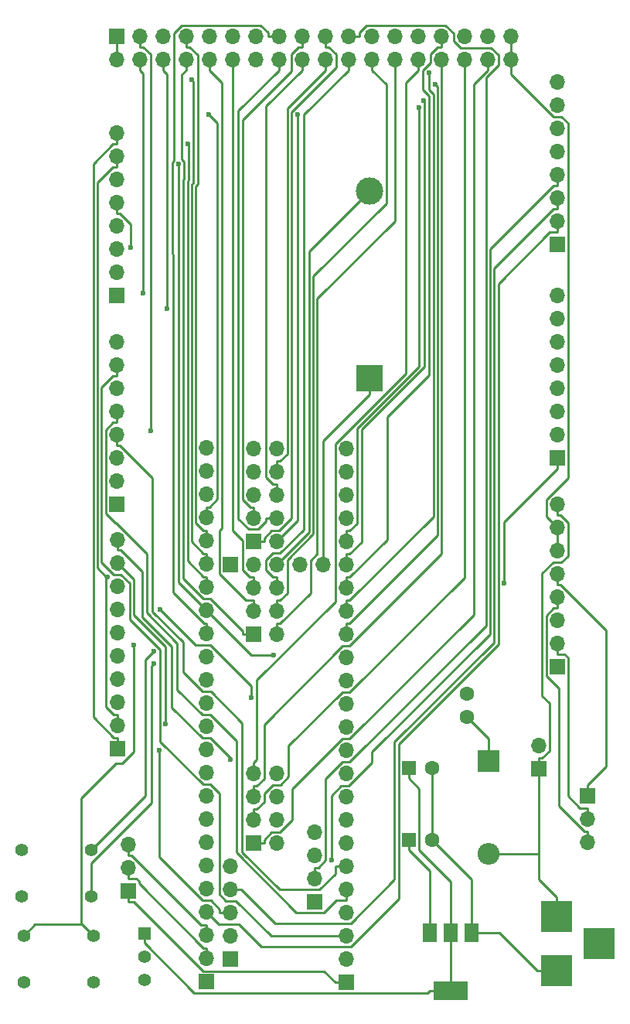
<source format=gbr>
G04 #@! TF.FileFunction,Copper,L1,Top,Signal*
%FSLAX46Y46*%
G04 Gerber Fmt 4.6, Leading zero omitted, Abs format (unit mm)*
G04 Created by KiCad (PCBNEW 4.0.6) date 06/28/18 03:02:04*
%MOMM*%
%LPD*%
G01*
G04 APERTURE LIST*
%ADD10C,0.100000*%
%ADD11R,1.600000X1.600000*%
%ADD12C,1.600000*%
%ADD13R,3.500000X3.500000*%
%ADD14R,2.400000X2.400000*%
%ADD15O,2.400000X2.400000*%
%ADD16R,1.700000X1.700000*%
%ADD17O,1.700000X1.700000*%
%ADD18R,3.800000X2.000000*%
%ADD19R,1.500000X2.000000*%
%ADD20C,1.397000*%
%ADD21R,1.397000X1.397000*%
%ADD22C,3.000000*%
%ADD23R,3.000000X3.000000*%
%ADD24C,0.600000*%
%ADD25C,0.250000*%
G04 APERTURE END LIST*
D10*
D11*
X141259000Y-145948000D03*
D12*
X143759000Y-145948000D03*
X147569000Y-132486000D03*
X147569000Y-129986000D03*
D11*
X141259000Y-138074000D03*
D12*
X143759000Y-138074000D03*
D13*
X157400000Y-154300000D03*
X157400000Y-160300000D03*
X162100000Y-157300000D03*
D14*
X149961000Y-137344000D03*
D15*
X149961000Y-147504000D03*
D16*
X109220000Y-86360000D03*
D17*
X109220000Y-83820000D03*
X109220000Y-81280000D03*
X109220000Y-78740000D03*
X109220000Y-76200000D03*
X109220000Y-73660000D03*
X109220000Y-71120000D03*
X109220000Y-68580000D03*
D16*
X109220000Y-109220000D03*
D17*
X109220000Y-106680000D03*
X109220000Y-104140000D03*
X109220000Y-101600000D03*
X109220000Y-99060000D03*
X109220000Y-96520000D03*
X109220000Y-93980000D03*
X109220000Y-91440000D03*
D16*
X109301000Y-135926000D03*
D17*
X109301000Y-133386000D03*
X109301000Y-130846000D03*
X109301000Y-128306000D03*
X109301000Y-125766000D03*
X109301000Y-123226000D03*
X109301000Y-120686000D03*
X109301000Y-118146000D03*
X109301000Y-115606000D03*
X109301000Y-113066000D03*
D16*
X110490000Y-151540000D03*
D17*
X110490000Y-149000000D03*
X110490000Y-146460000D03*
D16*
X119100000Y-161480000D03*
D17*
X119100000Y-158940000D03*
X119100000Y-156400000D03*
X119100000Y-153860000D03*
X119100000Y-151320000D03*
X119100000Y-148780000D03*
X119100000Y-146240000D03*
X119100000Y-143700000D03*
X119100000Y-141160000D03*
X119100000Y-138620000D03*
X119100000Y-136080000D03*
X119100000Y-133540000D03*
X119100000Y-131000000D03*
X119100000Y-128460000D03*
X119100000Y-125920000D03*
X119100000Y-123380000D03*
X119100000Y-120840000D03*
X119100000Y-118300000D03*
X119100000Y-115760000D03*
X119100000Y-113220000D03*
X119100000Y-110680000D03*
X119100000Y-108140000D03*
X119100000Y-105600000D03*
X119100000Y-103060000D03*
D16*
X124206000Y-113284000D03*
D17*
X126746000Y-113284000D03*
X124206000Y-110744000D03*
X126746000Y-110744000D03*
X124206000Y-108204000D03*
X126746000Y-108204000D03*
X124206000Y-105664000D03*
X126746000Y-105664000D03*
X124206000Y-103124000D03*
X126746000Y-103124000D03*
D16*
X121700000Y-159004000D03*
D17*
X121700000Y-156464000D03*
X121700000Y-153924000D03*
X121700000Y-151384000D03*
X121700000Y-148844000D03*
D16*
X124206000Y-146304000D03*
D17*
X126746000Y-146304000D03*
X124206000Y-143764000D03*
X126746000Y-143764000D03*
X124206000Y-141224000D03*
X126746000Y-141224000D03*
X124206000Y-138684000D03*
X126746000Y-138684000D03*
D16*
X130937000Y-152718000D03*
D17*
X130937000Y-150178000D03*
X130937000Y-147638000D03*
X130937000Y-145098000D03*
D16*
X109220000Y-57960000D03*
D17*
X109220000Y-60500000D03*
X111760000Y-57960000D03*
X111760000Y-60500000D03*
X114300000Y-57960000D03*
X114300000Y-60500000D03*
X116840000Y-57960000D03*
X116840000Y-60500000D03*
X119380000Y-57960000D03*
X119380000Y-60500000D03*
X121920000Y-57960000D03*
X121920000Y-60500000D03*
X124460000Y-57960000D03*
X124460000Y-60500000D03*
X127000000Y-57960000D03*
X127000000Y-60500000D03*
X129540000Y-57960000D03*
X129540000Y-60500000D03*
X132080000Y-57960000D03*
X132080000Y-60500000D03*
X134620000Y-57960000D03*
X134620000Y-60500000D03*
X137160000Y-57960000D03*
X137160000Y-60500000D03*
X139700000Y-57960000D03*
X139700000Y-60500000D03*
X142240000Y-57960000D03*
X142240000Y-60500000D03*
X144780000Y-57960000D03*
X144780000Y-60500000D03*
X147320000Y-57960000D03*
X147320000Y-60500000D03*
X149860000Y-57960000D03*
X149860000Y-60500000D03*
X152400000Y-57960000D03*
X152400000Y-60500000D03*
D16*
X134366000Y-161544000D03*
D17*
X134366000Y-159004000D03*
X134366000Y-156464000D03*
X134366000Y-153924000D03*
X134366000Y-151384000D03*
X134366000Y-148844000D03*
X134366000Y-146304000D03*
X134366000Y-143764000D03*
X134366000Y-141224000D03*
X134366000Y-138684000D03*
X134366000Y-136144000D03*
X134366000Y-133604000D03*
X134366000Y-131064000D03*
X134366000Y-128524000D03*
X134366000Y-125984000D03*
X134366000Y-123444000D03*
X134366000Y-120904000D03*
X134366000Y-118364000D03*
X134366000Y-115824000D03*
X134366000Y-113284000D03*
X134366000Y-110744000D03*
X134366000Y-108204000D03*
X134366000Y-105664000D03*
X134366000Y-103124000D03*
D16*
X157480000Y-80772000D03*
D17*
X157480000Y-78232000D03*
X157480000Y-75692000D03*
X157480000Y-73152000D03*
X157480000Y-70612000D03*
X157480000Y-68072000D03*
X157480000Y-65532000D03*
X157480000Y-62992000D03*
D16*
X157480000Y-104140000D03*
D17*
X157480000Y-101600000D03*
X157480000Y-99060000D03*
X157480000Y-96520000D03*
X157480000Y-93980000D03*
X157480000Y-91440000D03*
X157480000Y-88900000D03*
X157480000Y-86360000D03*
D16*
X157480000Y-127000000D03*
D17*
X157480000Y-124460000D03*
X157480000Y-121920000D03*
X157480000Y-119380000D03*
X157480000Y-116840000D03*
X157480000Y-114300000D03*
X157480000Y-111760000D03*
X157480000Y-109220000D03*
D16*
X124206000Y-123444000D03*
D17*
X126746000Y-123444000D03*
X124206000Y-120904000D03*
X126746000Y-120904000D03*
X124206000Y-118364000D03*
X126746000Y-118364000D03*
D16*
X121666000Y-115824000D03*
D17*
X124206000Y-115824000D03*
X126746000Y-115824000D03*
X129286000Y-115824000D03*
X131826000Y-115824000D03*
D18*
X145796000Y-162433000D03*
D19*
X145796000Y-156133000D03*
X143496000Y-156133000D03*
X148096000Y-156133000D03*
D20*
X106680000Y-156464000D03*
X106680000Y-161544000D03*
X99060000Y-156464000D03*
X99060000Y-161544000D03*
X106426000Y-147066000D03*
X106426000Y-152146000D03*
X98806000Y-147066000D03*
X98806000Y-152146000D03*
D21*
X112268000Y-156210000D03*
D20*
X112268000Y-158750000D03*
X112268000Y-161290000D03*
D22*
X136900000Y-74910000D03*
D23*
X136900000Y-95400000D03*
D16*
X160800000Y-141100000D03*
D17*
X160800000Y-143640000D03*
X160800000Y-146180000D03*
D16*
X155448000Y-138176000D03*
D17*
X155448000Y-135636000D03*
D24*
X110735800Y-81075900D03*
X108215800Y-117143300D03*
X113892400Y-136093100D03*
X123953700Y-130399400D03*
X113996200Y-120760400D03*
X114598900Y-133271600D03*
X121665100Y-137152900D03*
X151659400Y-117812600D03*
X116014000Y-71968400D03*
X126469100Y-125692300D03*
X117018600Y-69783200D03*
X117467500Y-62751700D03*
X119351300Y-66523800D03*
X112935300Y-101167300D03*
X129052600Y-66567700D03*
X132774300Y-148164000D03*
X112091400Y-86057400D03*
X114793500Y-87823500D03*
X144105800Y-63201500D03*
X143419300Y-61942200D03*
X142865300Y-64975800D03*
X142356800Y-65758200D03*
X113296700Y-125320300D03*
X113307500Y-126646500D03*
X111125400Y-124607600D03*
D25*
X141259000Y-145948000D02*
X141259000Y-147073300D01*
X149961000Y-134878000D02*
X147569000Y-132486000D01*
X149961000Y-137344000D02*
X149961000Y-134878000D01*
X143496000Y-149310300D02*
X143496000Y-156133000D01*
X141259000Y-147073300D02*
X143496000Y-149310300D01*
X148096000Y-150285000D02*
X143759000Y-145948000D01*
X148096000Y-156133000D02*
X148096000Y-150285000D01*
X157400000Y-160300000D02*
X155324700Y-160300000D01*
X151157700Y-156133000D02*
X155324700Y-160300000D01*
X148096000Y-156133000D02*
X151157700Y-156133000D01*
X143759000Y-138074000D02*
X143759000Y-145948000D01*
X111129000Y-152715300D02*
X110490000Y-152715300D01*
X118718300Y-160304600D02*
X111129000Y-152715300D01*
X131951300Y-160304600D02*
X118718300Y-160304600D01*
X133190700Y-161544000D02*
X131951300Y-160304600D01*
X134366000Y-161544000D02*
X133190700Y-161544000D01*
X110490000Y-151540000D02*
X110490000Y-152715300D01*
X141259000Y-138074000D02*
X141259000Y-139199300D01*
X145796000Y-150485000D02*
X145796000Y-156133000D01*
X142384300Y-147073300D02*
X145796000Y-150485000D01*
X142384300Y-140324600D02*
X142384300Y-147073300D01*
X141259000Y-139199300D02*
X142384300Y-140324600D01*
X143284300Y-162719400D02*
X143570700Y-162433000D01*
X117753600Y-162719400D02*
X143284300Y-162719400D01*
X112268000Y-157233800D02*
X117753600Y-162719400D01*
X112268000Y-156210000D02*
X112268000Y-157233800D01*
X145796000Y-162433000D02*
X145071100Y-162433000D01*
X145071100Y-162433000D02*
X143570700Y-162433000D01*
X145796000Y-161708100D02*
X145796000Y-156133000D01*
X145071100Y-162433000D02*
X145796000Y-161708100D01*
X109587300Y-77375300D02*
X109220000Y-77375300D01*
X110735800Y-78523800D02*
X109587300Y-77375300D01*
X110735800Y-81075900D02*
X110735800Y-78523800D01*
X109220000Y-76200000D02*
X109220000Y-77375300D01*
X109301000Y-133386000D02*
X109301000Y-132210700D01*
X109220000Y-71120000D02*
X109220000Y-72295300D01*
X108933700Y-132210700D02*
X109301000Y-132210700D01*
X108103100Y-131380100D02*
X108933700Y-132210700D01*
X108103100Y-117143300D02*
X108103100Y-131380100D01*
X108103100Y-117143300D02*
X108215800Y-117143300D01*
X107141100Y-116181300D02*
X108103100Y-117143300D01*
X107141100Y-74006900D02*
X107141100Y-116181300D01*
X108852700Y-72295300D02*
X107141100Y-74006900D01*
X109220000Y-72295300D02*
X108852700Y-72295300D01*
X109301000Y-135926000D02*
X109301000Y-134750700D01*
X109220000Y-68580000D02*
X109220000Y-69755300D01*
X108933700Y-134750700D02*
X109301000Y-134750700D01*
X106690800Y-132507800D02*
X108933700Y-134750700D01*
X106690800Y-71917200D02*
X106690800Y-132507800D01*
X108852700Y-69755300D02*
X106690800Y-71917200D01*
X109220000Y-69755300D02*
X108852700Y-69755300D01*
X109587300Y-102775300D02*
X109220000Y-102775300D01*
X113145700Y-106333700D02*
X109587300Y-102775300D01*
X113145700Y-120935400D02*
X113145700Y-106333700D01*
X116510700Y-124300400D02*
X113145700Y-120935400D01*
X116510700Y-127581600D02*
X116510700Y-124300400D01*
X118659100Y-129730000D02*
X116510700Y-127581600D01*
X119554200Y-129730000D02*
X118659100Y-129730000D01*
X123001500Y-133177300D02*
X119554200Y-129730000D01*
X123001500Y-147277500D02*
X123001500Y-133177300D01*
X127097900Y-151373900D02*
X123001500Y-147277500D01*
X131468800Y-151373900D02*
X127097900Y-151373900D01*
X133190700Y-149652000D02*
X131468800Y-151373900D01*
X133190700Y-148844000D02*
X133190700Y-149652000D01*
X134366000Y-148844000D02*
X133190700Y-148844000D01*
X109220000Y-101600000D02*
X109220000Y-102775300D01*
X134366000Y-151384000D02*
X134366000Y-152559300D01*
X109220000Y-99060000D02*
X109220000Y-100235300D01*
X133274200Y-152559300D02*
X134366000Y-152559300D01*
X131940100Y-153893400D02*
X133274200Y-152559300D01*
X128905200Y-153893400D02*
X131940100Y-153893400D01*
X122354800Y-147343000D02*
X128905200Y-153893400D01*
X122354800Y-135132400D02*
X122354800Y-147343000D01*
X119492400Y-132270000D02*
X122354800Y-135132400D01*
X118620900Y-132270000D02*
X119492400Y-132270000D01*
X115845300Y-129494400D02*
X118620900Y-132270000D01*
X115845300Y-124436900D02*
X115845300Y-129494400D01*
X112508700Y-121100300D02*
X115845300Y-124436900D01*
X112508700Y-114607300D02*
X112508700Y-121100300D01*
X109180600Y-111279200D02*
X112508700Y-114607300D01*
X109109300Y-111279200D02*
X109180600Y-111279200D01*
X108044700Y-110214600D02*
X109109300Y-111279200D01*
X108044700Y-101043200D02*
X108044700Y-110214600D01*
X108852600Y-100235300D02*
X108044700Y-101043200D01*
X109220000Y-100235300D02*
X108852600Y-100235300D01*
X109220000Y-93980000D02*
X109220000Y-95155300D01*
X126140200Y-156464000D02*
X134366000Y-156464000D01*
X122296800Y-152620600D02*
X126140200Y-156464000D01*
X121189100Y-152620600D02*
X122296800Y-152620600D01*
X120486400Y-151917900D02*
X121189100Y-152620600D01*
X120486400Y-140866700D02*
X120486400Y-151917900D01*
X119509700Y-139890000D02*
X120486400Y-140866700D01*
X118703800Y-139890000D02*
X119509700Y-139890000D01*
X113973600Y-135159800D02*
X118703800Y-139890000D01*
X113973600Y-125112700D02*
X113973600Y-135159800D01*
X110669100Y-121808200D02*
X113973600Y-125112700D01*
X110669100Y-117849400D02*
X110669100Y-121808200D01*
X109695700Y-116876000D02*
X110669100Y-117849400D01*
X108904000Y-116876000D02*
X109695700Y-116876000D01*
X107591400Y-115563400D02*
X108904000Y-116876000D01*
X107591400Y-96416600D02*
X107591400Y-115563400D01*
X108852700Y-95155300D02*
X107591400Y-96416600D01*
X109220000Y-95155300D02*
X108852700Y-95155300D01*
X121700000Y-153924000D02*
X120524700Y-153924000D01*
X113892400Y-147794900D02*
X113892400Y-136093100D01*
X118687500Y-152590000D02*
X113892400Y-147794900D01*
X119558000Y-152590000D02*
X118687500Y-152590000D01*
X120524700Y-153556700D02*
X119558000Y-152590000D01*
X120524700Y-153924000D02*
X120524700Y-153556700D01*
X117885800Y-124650000D02*
X113996200Y-120760400D01*
X119512000Y-124650000D02*
X117885800Y-124650000D01*
X123953700Y-129091700D02*
X119512000Y-124650000D01*
X123953700Y-130399400D02*
X123953700Y-129091700D01*
X114598900Y-124795000D02*
X114598900Y-133271600D01*
X111119400Y-121315500D02*
X114598900Y-124795000D01*
X111119400Y-117424400D02*
X111119400Y-121315500D01*
X109301000Y-115606000D02*
X111119400Y-117424400D01*
X109301000Y-113066000D02*
X109301000Y-114241300D01*
X121665100Y-136981100D02*
X121665100Y-137152900D01*
X119494000Y-134810000D02*
X121665100Y-136981100D01*
X118604300Y-134810000D02*
X119494000Y-134810000D01*
X115258900Y-131464600D02*
X118604300Y-134810000D01*
X115258900Y-124767800D02*
X115258900Y-131464600D01*
X112020000Y-121528900D02*
X115258900Y-124767800D01*
X112020000Y-116593000D02*
X112020000Y-121528900D01*
X109668300Y-114241300D02*
X112020000Y-116593000D01*
X109301000Y-114241300D02*
X109668300Y-114241300D01*
X111404300Y-150175300D02*
X110490000Y-150175300D01*
X111665300Y-150436300D02*
X111404300Y-150175300D01*
X111665300Y-150697400D02*
X111665300Y-150436300D01*
X118732600Y-157764700D02*
X111665300Y-150697400D01*
X119100000Y-157764700D02*
X118732600Y-157764700D01*
X119100000Y-158940000D02*
X119100000Y-157764700D01*
X110490000Y-149000000D02*
X110490000Y-150175300D01*
X119100000Y-156400000D02*
X119100000Y-155224700D01*
X110490000Y-146460000D02*
X110490000Y-147635300D01*
X118469200Y-155224700D02*
X119100000Y-155224700D01*
X110879800Y-147635300D02*
X118469200Y-155224700D01*
X110490000Y-147635300D02*
X110879800Y-147635300D01*
X157480000Y-78232000D02*
X157480000Y-79407300D01*
X120434000Y-155194000D02*
X119100000Y-153860000D01*
X122628100Y-155194000D02*
X120434000Y-155194000D01*
X125078200Y-157644100D02*
X122628100Y-155194000D01*
X134873200Y-157644100D02*
X125078200Y-157644100D01*
X140133700Y-152383600D02*
X134873200Y-157644100D01*
X140133700Y-135423900D02*
X140133700Y-152383600D01*
X151034100Y-124523500D02*
X140133700Y-135423900D01*
X151034100Y-85045200D02*
X151034100Y-124523500D01*
X156672000Y-79407300D02*
X151034100Y-85045200D01*
X157480000Y-79407300D02*
X156672000Y-79407300D01*
X151659400Y-111135900D02*
X157480000Y-105315300D01*
X151659400Y-117812600D02*
X151659400Y-111135900D01*
X157480000Y-104140000D02*
X157480000Y-105315300D01*
X119100000Y-123380000D02*
X119100000Y-122204700D01*
X127000000Y-57960000D02*
X125824700Y-57960000D01*
X118798700Y-122204700D02*
X119100000Y-122204700D01*
X115418800Y-118824800D02*
X118798700Y-122204700D01*
X115418800Y-81830000D02*
X115418800Y-118824800D01*
X115348900Y-81760100D02*
X115418800Y-81830000D01*
X115348900Y-71749200D02*
X115348900Y-81760100D01*
X115497100Y-71601000D02*
X115348900Y-71749200D01*
X115497100Y-57634200D02*
X115497100Y-71601000D01*
X116346600Y-56784700D02*
X115497100Y-57634200D01*
X125016800Y-56784700D02*
X116346600Y-56784700D01*
X125824700Y-57592600D02*
X125016800Y-56784700D01*
X125824700Y-57960000D02*
X125824700Y-57592600D01*
X116014000Y-117754000D02*
X116014000Y-71968400D01*
X119100000Y-120840000D02*
X116014000Y-117754000D01*
X123952300Y-125692300D02*
X119100000Y-120840000D01*
X126469100Y-125692300D02*
X123952300Y-125692300D01*
X119100000Y-118300000D02*
X119100000Y-117124700D01*
X117089600Y-69854200D02*
X117018600Y-69783200D01*
X117089600Y-73759600D02*
X117089600Y-69854200D01*
X116999200Y-73850000D02*
X117089600Y-73759600D01*
X116999200Y-115391300D02*
X116999200Y-73850000D01*
X118732600Y-117124700D02*
X116999200Y-115391300D01*
X119100000Y-117124700D02*
X118732600Y-117124700D01*
X119100000Y-115760000D02*
X119100000Y-114584700D01*
X117645300Y-62929500D02*
X117467500Y-62751700D01*
X117645300Y-74023000D02*
X117645300Y-62929500D01*
X117467500Y-74200800D02*
X117645300Y-74023000D01*
X117467500Y-113291200D02*
X117467500Y-74200800D01*
X118761000Y-114584700D02*
X117467500Y-113291200D01*
X119100000Y-114584700D02*
X118761000Y-114584700D01*
X116840000Y-57960000D02*
X116840000Y-59135300D01*
X119100000Y-113220000D02*
X119100000Y-112044700D01*
X117207300Y-59135300D02*
X116840000Y-59135300D01*
X118115700Y-60043700D02*
X117207300Y-59135300D01*
X118115700Y-74189500D02*
X118115700Y-60043700D01*
X117924700Y-74380500D02*
X118115700Y-74189500D01*
X117924700Y-111236800D02*
X117924700Y-74380500D01*
X118732600Y-112044700D02*
X117924700Y-111236800D01*
X119100000Y-112044700D02*
X118732600Y-112044700D01*
X119100000Y-110680000D02*
X119100000Y-109504700D01*
X120275300Y-67447800D02*
X119351300Y-66523800D01*
X120275300Y-108626900D02*
X120275300Y-67447800D01*
X119397500Y-109504700D02*
X120275300Y-108626900D01*
X119100000Y-109504700D02*
X119397500Y-109504700D01*
X111760000Y-57960000D02*
X111760000Y-59135300D01*
X112935300Y-59943200D02*
X112935300Y-101167300D01*
X112127400Y-59135300D02*
X112935300Y-59943200D01*
X111760000Y-59135300D02*
X112127400Y-59135300D01*
X129052600Y-110977400D02*
X129052600Y-66567700D01*
X126746000Y-113284000D02*
X129052600Y-110977400D01*
X132080000Y-57960000D02*
X132080000Y-59135300D01*
X124206000Y-113284000D02*
X125381300Y-113284000D01*
X132447300Y-59135300D02*
X132080000Y-59135300D01*
X133265700Y-59953700D02*
X132447300Y-59135300D01*
X133265700Y-61396600D02*
X133265700Y-59953700D01*
X128412900Y-66249400D02*
X133265700Y-61396600D01*
X128412900Y-110743500D02*
X128412900Y-66249400D01*
X127047700Y-112108700D02*
X128412900Y-110743500D01*
X126189200Y-112108700D02*
X127047700Y-112108700D01*
X125381300Y-112916600D02*
X126189200Y-112108700D01*
X125381300Y-113284000D02*
X125381300Y-112916600D01*
X127000000Y-60500000D02*
X127000000Y-61675300D01*
X126746000Y-110744000D02*
X125570700Y-110744000D01*
X122580400Y-66094900D02*
X127000000Y-61675300D01*
X122580400Y-110795500D02*
X122580400Y-66094900D01*
X123704200Y-111919300D02*
X122580400Y-110795500D01*
X124762800Y-111919300D02*
X123704200Y-111919300D01*
X125570700Y-111111400D02*
X124762800Y-111919300D01*
X125570700Y-110744000D02*
X125570700Y-111111400D01*
X129540000Y-57960000D02*
X129540000Y-59135300D01*
X124206000Y-110744000D02*
X124206000Y-109568700D01*
X129172600Y-59135300D02*
X129540000Y-59135300D01*
X128364700Y-59943200D02*
X129172600Y-59135300D01*
X128364700Y-61820700D02*
X128364700Y-59943200D01*
X123030700Y-67154700D02*
X128364700Y-61820700D01*
X123030700Y-108694700D02*
X123030700Y-67154700D01*
X123904700Y-109568700D02*
X123030700Y-108694700D01*
X124206000Y-109568700D02*
X123904700Y-109568700D01*
X126378600Y-107028700D02*
X126746000Y-107028700D01*
X125570700Y-106220800D02*
X126378600Y-107028700D01*
X125570700Y-65644600D02*
X125570700Y-106220800D01*
X129540000Y-61675300D02*
X125570700Y-65644600D01*
X129540000Y-60500000D02*
X129540000Y-61675300D01*
X126746000Y-108204000D02*
X126746000Y-107028700D01*
X127113400Y-104488700D02*
X126746000Y-104488700D01*
X127921300Y-103680800D02*
X127113400Y-104488700D01*
X127921300Y-65834000D02*
X127921300Y-103680800D01*
X132080000Y-61675300D02*
X127921300Y-65834000D01*
X132080000Y-60500000D02*
X132080000Y-61675300D01*
X126746000Y-105664000D02*
X126746000Y-104488700D01*
X121700000Y-151384000D02*
X122875300Y-151384000D01*
X157480000Y-75692000D02*
X157480000Y-76867300D01*
X126595100Y-155103800D02*
X122875300Y-151384000D01*
X134861100Y-155103800D02*
X126595100Y-155103800D01*
X139680200Y-150284700D02*
X134861100Y-155103800D01*
X139680200Y-135240500D02*
X139680200Y-150284700D01*
X150583800Y-124336900D02*
X139680200Y-135240500D01*
X150583800Y-83396100D02*
X150583800Y-124336900D01*
X157112600Y-76867300D02*
X150583800Y-83396100D01*
X157480000Y-76867300D02*
X157112600Y-76867300D01*
X157480000Y-73152000D02*
X157480000Y-74327300D01*
X132774300Y-141110700D02*
X132774300Y-148164000D01*
X133836400Y-140048600D02*
X132774300Y-141110700D01*
X134663700Y-140048600D02*
X133836400Y-140048600D01*
X137226300Y-137486000D02*
X134663700Y-140048600D01*
X137226300Y-136331600D02*
X137226300Y-137486000D01*
X150133500Y-123424400D02*
X137226300Y-136331600D01*
X150133500Y-81306500D02*
X150133500Y-123424400D01*
X157112700Y-74327300D02*
X150133500Y-81306500D01*
X157480000Y-74327300D02*
X157112700Y-74327300D01*
X149860000Y-60500000D02*
X149860000Y-61675300D01*
X124206000Y-146304000D02*
X125381300Y-146304000D01*
X125381300Y-145936600D02*
X125381300Y-146304000D01*
X126189200Y-145128700D02*
X125381300Y-145936600D01*
X127101400Y-145128700D02*
X126189200Y-145128700D01*
X128468700Y-143761400D02*
X127101400Y-145128700D01*
X128468700Y-140351500D02*
X128468700Y-143761400D01*
X133946200Y-134874000D02*
X128468700Y-140351500D01*
X134771500Y-134874000D02*
X133946200Y-134874000D01*
X148343000Y-121302500D02*
X134771500Y-134874000D01*
X148343000Y-63192300D02*
X148343000Y-121302500D01*
X149860000Y-61675300D02*
X148343000Y-63192300D01*
X124206000Y-143764000D02*
X124206000Y-142588700D01*
X147320000Y-60500000D02*
X147320000Y-61675300D01*
X124573400Y-142588700D02*
X124206000Y-142588700D01*
X125381300Y-141780800D02*
X124573400Y-142588700D01*
X125381300Y-140904500D02*
X125381300Y-141780800D01*
X126380200Y-139905600D02*
X125381300Y-140904500D01*
X127216500Y-139905600D02*
X126380200Y-139905600D01*
X128070700Y-139051400D02*
X127216500Y-139905600D01*
X128070700Y-135657800D02*
X128070700Y-139051400D01*
X133934500Y-129794000D02*
X128070700Y-135657800D01*
X134761400Y-129794000D02*
X133934500Y-129794000D01*
X147320000Y-117235400D02*
X134761400Y-129794000D01*
X147320000Y-61675300D02*
X147320000Y-117235400D01*
X124206000Y-141224000D02*
X124206000Y-140048700D01*
X144780000Y-60500000D02*
X144780000Y-61675300D01*
X144841900Y-61737200D02*
X144780000Y-61675300D01*
X144841900Y-114646700D02*
X144841900Y-61737200D01*
X134774600Y-124714000D02*
X144841900Y-114646700D01*
X133963900Y-124714000D02*
X134774600Y-124714000D01*
X125381300Y-133296600D02*
X133963900Y-124714000D01*
X125381300Y-139240800D02*
X125381300Y-133296600D01*
X124573400Y-140048700D02*
X125381300Y-139240800D01*
X124206000Y-140048700D02*
X124573400Y-140048700D01*
X142240000Y-60500000D02*
X142240000Y-61675300D01*
X124206000Y-138684000D02*
X124206000Y-137508700D01*
X124579000Y-137135700D02*
X124206000Y-137508700D01*
X124579000Y-128468500D02*
X124579000Y-137135700D01*
X133190700Y-119856800D02*
X124579000Y-128468500D01*
X133190700Y-102636800D02*
X133190700Y-119856800D01*
X140889100Y-94938400D02*
X133190700Y-102636800D01*
X140889100Y-63026200D02*
X140889100Y-94938400D01*
X142240000Y-61675300D02*
X140889100Y-63026200D01*
X134620000Y-57960000D02*
X135795300Y-57960000D01*
X130937000Y-150178000D02*
X130937000Y-149002700D01*
X131304400Y-149002700D02*
X130937000Y-149002700D01*
X132112300Y-148194800D02*
X131304400Y-149002700D01*
X132112300Y-139260100D02*
X132112300Y-148194800D01*
X133958400Y-137414000D02*
X132112300Y-139260100D01*
X134758300Y-137414000D02*
X133958400Y-137414000D01*
X149683200Y-122489100D02*
X134758300Y-137414000D01*
X149683200Y-62489000D02*
X149683200Y-122489100D01*
X151042800Y-61129400D02*
X149683200Y-62489000D01*
X151042800Y-60018000D02*
X151042800Y-61129400D01*
X150254800Y-59230000D02*
X151042800Y-60018000D01*
X146889000Y-59230000D02*
X150254800Y-59230000D01*
X146144600Y-58485600D02*
X146889000Y-59230000D01*
X146144600Y-57662100D02*
X146144600Y-58485600D01*
X145241200Y-56758700D02*
X146144600Y-57662100D01*
X136629300Y-56758700D02*
X145241200Y-56758700D01*
X135795300Y-57592700D02*
X136629300Y-56758700D01*
X135795300Y-57960000D02*
X135795300Y-57592700D01*
X111760000Y-60500000D02*
X111760000Y-61675300D01*
X112091400Y-62006700D02*
X112091400Y-86057400D01*
X111760000Y-61675300D02*
X112091400Y-62006700D01*
X114300000Y-60500000D02*
X114300000Y-61675300D01*
X114793500Y-62168800D02*
X114793500Y-87823500D01*
X114300000Y-61675300D02*
X114793500Y-62168800D01*
X124206000Y-123444000D02*
X123030700Y-123444000D01*
X116840000Y-60500000D02*
X116840000Y-61675300D01*
X116348900Y-62166400D02*
X116840000Y-61675300D01*
X116348900Y-71418900D02*
X116348900Y-62166400D01*
X116639300Y-71709300D02*
X116348900Y-71418900D01*
X116639300Y-73573000D02*
X116639300Y-71709300D01*
X116490600Y-73721700D02*
X116639300Y-73573000D01*
X116490600Y-117357800D02*
X116490600Y-73721700D01*
X118702800Y-119570000D02*
X116490600Y-117357800D01*
X119524000Y-119570000D02*
X118702800Y-119570000D01*
X123030700Y-123076700D02*
X119524000Y-119570000D01*
X123030700Y-123444000D02*
X123030700Y-123076700D01*
X120744600Y-63039900D02*
X119380000Y-61675300D01*
X120744600Y-111805100D02*
X120744600Y-63039900D01*
X120490600Y-112059100D02*
X120744600Y-111805100D01*
X120490600Y-116821300D02*
X120490600Y-112059100D01*
X123398000Y-119728700D02*
X120490600Y-116821300D01*
X124206000Y-119728700D02*
X123398000Y-119728700D01*
X124206000Y-120904000D02*
X124206000Y-119728700D01*
X119380000Y-60500000D02*
X119380000Y-61675300D01*
X124206000Y-118364000D02*
X124206000Y-117188700D01*
X121920000Y-60500000D02*
X121920000Y-61675300D01*
X121920000Y-112113900D02*
X121920000Y-61675300D01*
X123030700Y-113224600D02*
X121920000Y-112113900D01*
X123030700Y-116380800D02*
X123030700Y-113224600D01*
X123838600Y-117188700D02*
X123030700Y-116380800D01*
X124206000Y-117188700D02*
X123838600Y-117188700D01*
X126746000Y-118364000D02*
X126746000Y-117188700D01*
X134620000Y-60500000D02*
X134620000Y-61675300D01*
X129726600Y-66568700D02*
X134620000Y-61675300D01*
X129726600Y-111969100D02*
X129726600Y-66568700D01*
X127141700Y-114554000D02*
X129726600Y-111969100D01*
X126315000Y-114554000D02*
X127141700Y-114554000D01*
X125570600Y-115298400D02*
X126315000Y-114554000D01*
X125570600Y-116380600D02*
X125570600Y-115298400D01*
X126378700Y-117188700D02*
X125570600Y-116380600D01*
X126746000Y-117188700D02*
X126378700Y-117188700D01*
X138757900Y-63273200D02*
X137160000Y-61675300D01*
X138757900Y-76252300D02*
X138757900Y-63273200D01*
X130746000Y-84264200D02*
X138757900Y-76252300D01*
X130746000Y-112460900D02*
X130746000Y-84264200D01*
X127921300Y-115285600D02*
X130746000Y-112460900D01*
X127921300Y-118920800D02*
X127921300Y-115285600D01*
X127113400Y-119728700D02*
X127921300Y-118920800D01*
X126746000Y-119728700D02*
X127113400Y-119728700D01*
X126746000Y-120904000D02*
X126746000Y-119728700D01*
X137160000Y-60500000D02*
X137160000Y-61675300D01*
X134366000Y-123444000D02*
X134366000Y-122268700D01*
X144391600Y-63487300D02*
X144105800Y-63201500D01*
X144391600Y-112610400D02*
X144391600Y-63487300D01*
X134733300Y-122268700D02*
X144391600Y-112610400D01*
X134366000Y-122268700D02*
X134733300Y-122268700D01*
X139700000Y-78204600D02*
X139700000Y-60500000D01*
X131196400Y-86708200D02*
X139700000Y-78204600D01*
X131196400Y-114648600D02*
X131196400Y-86708200D01*
X130461400Y-115383600D02*
X131196400Y-114648600D01*
X130461400Y-118920600D02*
X130461400Y-115383600D01*
X127113300Y-122268700D02*
X130461400Y-118920600D01*
X126746000Y-122268700D02*
X127113300Y-122268700D01*
X126746000Y-123444000D02*
X126746000Y-122268700D01*
X134366000Y-120904000D02*
X134366000Y-119728700D01*
X143419300Y-63801000D02*
X143419300Y-61942200D01*
X143941300Y-64323000D02*
X143419300Y-63801000D01*
X143941300Y-110520700D02*
X143941300Y-64323000D01*
X134733300Y-119728700D02*
X143941300Y-110520700D01*
X134366000Y-119728700D02*
X134733300Y-119728700D01*
X144780000Y-57960000D02*
X144780000Y-59135300D01*
X134366000Y-118364000D02*
X134366000Y-117188700D01*
X144412600Y-59135300D02*
X144780000Y-59135300D01*
X143604700Y-59943200D02*
X144412600Y-59135300D01*
X143604700Y-60864600D02*
X143604700Y-59943200D01*
X142770100Y-61699200D02*
X143604700Y-60864600D01*
X142770100Y-63788800D02*
X142770100Y-61699200D01*
X143491000Y-64509700D02*
X142770100Y-63788800D01*
X143491000Y-95037700D02*
X143491000Y-64509700D01*
X138849000Y-99679700D02*
X143491000Y-95037700D01*
X138849000Y-113073100D02*
X138849000Y-99679700D01*
X134733400Y-117188700D02*
X138849000Y-113073100D01*
X134366000Y-117188700D02*
X134733400Y-117188700D01*
X134366000Y-115824000D02*
X134366000Y-114648700D01*
X142983300Y-65093800D02*
X142865300Y-64975800D01*
X142983300Y-94118000D02*
X142983300Y-65093800D01*
X136064700Y-101036600D02*
X142983300Y-94118000D01*
X136064700Y-113317300D02*
X136064700Y-101036600D01*
X134733300Y-114648700D02*
X136064700Y-113317300D01*
X134366000Y-114648700D02*
X134733300Y-114648700D01*
X134366000Y-113284000D02*
X134366000Y-112108700D01*
X134733400Y-112108700D02*
X134366000Y-112108700D01*
X135541300Y-111300800D02*
X134733400Y-112108700D01*
X135541300Y-100923100D02*
X135541300Y-111300800D01*
X142356800Y-94107600D02*
X135541300Y-100923100D01*
X142356800Y-65758200D02*
X142356800Y-94107600D01*
X157480000Y-111760000D02*
X157480000Y-114300000D01*
X152400000Y-62114500D02*
X152400000Y-60500000D01*
X157087500Y-66802000D02*
X152400000Y-62114500D01*
X157969500Y-66802000D02*
X157087500Y-66802000D01*
X158655400Y-67487900D02*
X157969500Y-66802000D01*
X158655400Y-106304800D02*
X158655400Y-67487900D01*
X156301600Y-108658600D02*
X158655400Y-106304800D01*
X156301600Y-110581600D02*
X156301600Y-108658600D01*
X157480000Y-111760000D02*
X156301600Y-110581600D01*
X152400000Y-60500000D02*
X152400000Y-57960000D01*
X112381700Y-141110300D02*
X106426000Y-147066000D01*
X112381700Y-126235300D02*
X112381700Y-141110300D01*
X113296700Y-125320300D02*
X112381700Y-126235300D01*
X130295700Y-112274300D02*
X126746000Y-115824000D01*
X130295700Y-81514300D02*
X130295700Y-112274300D01*
X136900000Y-74910000D02*
X130295700Y-81514300D01*
X106426000Y-148514100D02*
X106426000Y-152146000D01*
X113057100Y-141883000D02*
X106426000Y-148514100D01*
X113057100Y-126896900D02*
X113057100Y-141883000D01*
X113307500Y-126646500D02*
X113057100Y-126896900D01*
X136900000Y-95400000D02*
X136900000Y-97225300D01*
X131826000Y-115824000D02*
X131826000Y-114648700D01*
X131826000Y-102299300D02*
X136900000Y-97225300D01*
X131826000Y-114648700D02*
X131826000Y-102299300D01*
X158288100Y-125635300D02*
X157480000Y-125635300D01*
X158655300Y-126002500D02*
X158288100Y-125635300D01*
X158655300Y-141128000D02*
X158655300Y-126002500D01*
X159992000Y-142464700D02*
X158655300Y-141128000D01*
X160800000Y-142464700D02*
X159992000Y-142464700D01*
X160800000Y-143640000D02*
X160800000Y-142464700D01*
X157480000Y-124460000D02*
X157480000Y-125635300D01*
X157480000Y-119380000D02*
X157480000Y-120555300D01*
X160800000Y-146180000D02*
X160800000Y-145004700D01*
X157112600Y-120555300D02*
X157480000Y-120555300D01*
X156304700Y-121363200D02*
X157112600Y-120555300D01*
X156304700Y-127984800D02*
X156304700Y-121363200D01*
X157673700Y-129353800D02*
X156304700Y-127984800D01*
X157673700Y-142245700D02*
X157673700Y-129353800D01*
X160432700Y-145004700D02*
X157673700Y-142245700D01*
X160800000Y-145004700D02*
X160432700Y-145004700D01*
X157400000Y-154300000D02*
X157400000Y-152224700D01*
X149961000Y-147504000D02*
X151486300Y-147504000D01*
X155448000Y-147504000D02*
X151486300Y-147504000D01*
X155448000Y-150272700D02*
X157400000Y-152224700D01*
X155448000Y-147504000D02*
X155448000Y-150272700D01*
X157480000Y-109220000D02*
X157480000Y-110395300D01*
X155448000Y-147504000D02*
X155448000Y-138176000D01*
X157847400Y-110395300D02*
X157480000Y-110395300D01*
X158655300Y-111203200D02*
X157847400Y-110395300D01*
X158655300Y-114875800D02*
X158655300Y-111203200D01*
X157961100Y-115570000D02*
X158655300Y-114875800D01*
X157068400Y-115570000D02*
X157961100Y-115570000D01*
X155854300Y-116784100D02*
X157068400Y-115570000D01*
X155854300Y-130213900D02*
X155854300Y-116784100D01*
X156631600Y-130991200D02*
X155854300Y-130213900D01*
X156631600Y-136184400D02*
X156631600Y-130991200D01*
X155815300Y-137000700D02*
X156631600Y-136184400D01*
X155448000Y-137000700D02*
X155815300Y-137000700D01*
X155448000Y-138176000D02*
X155448000Y-137000700D01*
X105432300Y-155216300D02*
X105367200Y-155216300D01*
X106680000Y-156464000D02*
X105432300Y-155216300D01*
X100307700Y-155216300D02*
X99060000Y-156464000D01*
X105367200Y-155216300D02*
X100307700Y-155216300D01*
X111125400Y-136265500D02*
X111125400Y-124607600D01*
X109812200Y-137578700D02*
X111125400Y-136265500D01*
X109147900Y-137578700D02*
X109812200Y-137578700D01*
X105367200Y-141359400D02*
X109147900Y-137578700D01*
X105367200Y-155216300D02*
X105367200Y-141359400D01*
X109220000Y-60500000D02*
X109220000Y-57960000D01*
X157847300Y-118015300D02*
X157480000Y-118015300D01*
X162856600Y-123024600D02*
X157847300Y-118015300D01*
X162856600Y-137868100D02*
X162856600Y-123024600D01*
X160800000Y-139924700D02*
X162856600Y-137868100D01*
X160800000Y-141100000D02*
X160800000Y-139924700D01*
X157480000Y-116840000D02*
X157480000Y-118015300D01*
M02*

</source>
